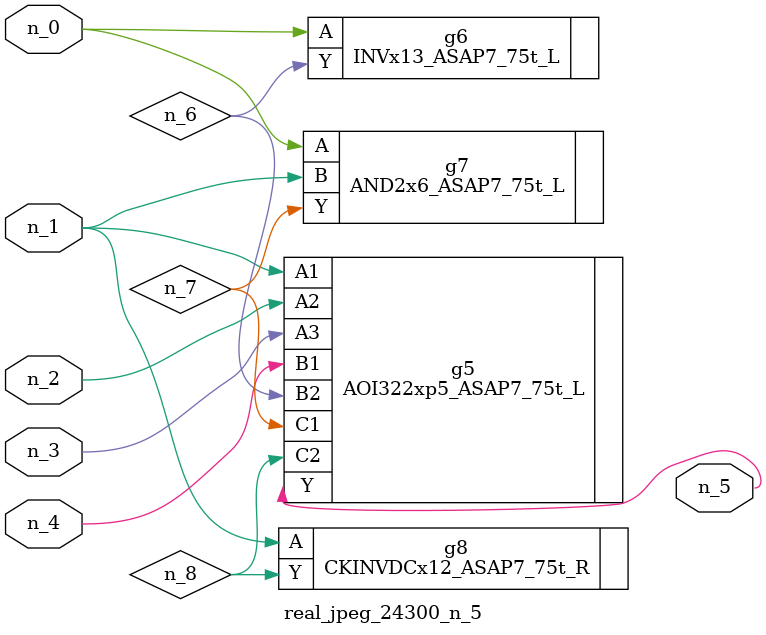
<source format=v>
module real_jpeg_24300_n_5 (n_4, n_0, n_1, n_2, n_3, n_5);

input n_4;
input n_0;
input n_1;
input n_2;
input n_3;

output n_5;

wire n_8;
wire n_6;
wire n_7;

INVx13_ASAP7_75t_L g6 ( 
.A(n_0),
.Y(n_6)
);

AND2x6_ASAP7_75t_L g7 ( 
.A(n_0),
.B(n_1),
.Y(n_7)
);

AOI322xp5_ASAP7_75t_L g5 ( 
.A1(n_1),
.A2(n_2),
.A3(n_3),
.B1(n_4),
.B2(n_6),
.C1(n_7),
.C2(n_8),
.Y(n_5)
);

CKINVDCx12_ASAP7_75t_R g8 ( 
.A(n_1),
.Y(n_8)
);


endmodule
</source>
